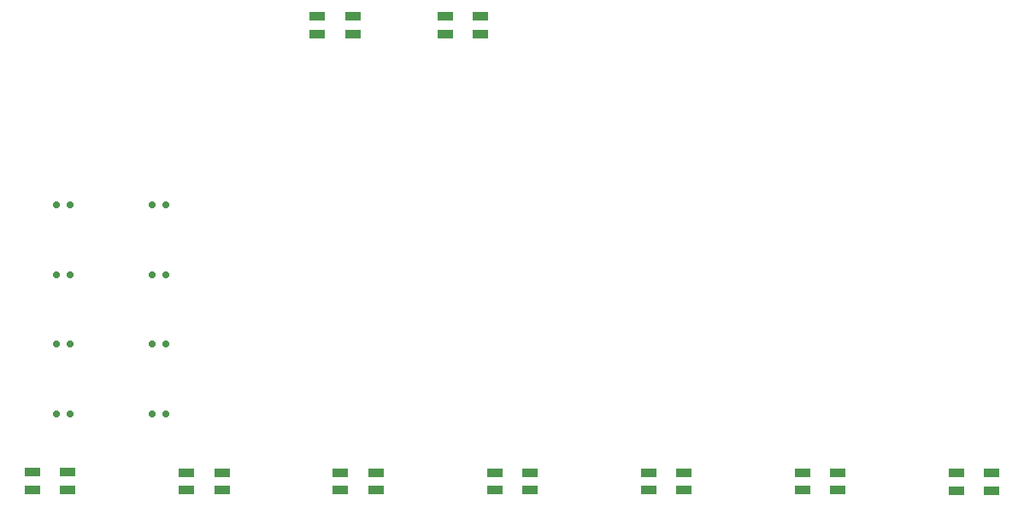
<source format=gtp>
%TF.GenerationSoftware,KiCad,Pcbnew,9.0.6*%
%TF.CreationDate,2025-12-23T12:32:35-05:00*%
%TF.ProjectId,astrapad,61737472-6170-4616-942e-6b696361645f,rev?*%
%TF.SameCoordinates,Original*%
%TF.FileFunction,Paste,Top*%
%TF.FilePolarity,Positive*%
%FSLAX46Y46*%
G04 Gerber Fmt 4.6, Leading zero omitted, Abs format (unit mm)*
G04 Created by KiCad (PCBNEW 9.0.6) date 2025-12-23 12:32:35*
%MOMM*%
%LPD*%
G01*
G04 APERTURE LIST*
G04 Aperture macros list*
%AMRoundRect*
0 Rectangle with rounded corners*
0 $1 Rounding radius*
0 $2 $3 $4 $5 $6 $7 $8 $9 X,Y pos of 4 corners*
0 Add a 4 corners polygon primitive as box body*
4,1,4,$2,$3,$4,$5,$6,$7,$8,$9,$2,$3,0*
0 Add four circle primitives for the rounded corners*
1,1,$1+$1,$2,$3*
1,1,$1+$1,$4,$5*
1,1,$1+$1,$6,$7*
1,1,$1+$1,$8,$9*
0 Add four rect primitives between the rounded corners*
20,1,$1+$1,$2,$3,$4,$5,0*
20,1,$1+$1,$4,$5,$6,$7,0*
20,1,$1+$1,$6,$7,$8,$9,0*
20,1,$1+$1,$8,$9,$2,$3,0*%
G04 Aperture macros list end*
%ADD10R,1.600000X0.850000*%
%ADD11RoundRect,0.150000X-0.150000X-0.200000X0.150000X-0.200000X0.150000X0.200000X-0.150000X0.200000X0*%
%ADD12RoundRect,0.150000X0.150000X0.200000X-0.150000X0.200000X-0.150000X-0.200000X0.150000X-0.200000X0*%
G04 APERTURE END LIST*
D10*
%TO.C,D24*%
X48155000Y-51335000D03*
X48155000Y-53085000D03*
X51655000Y-53085000D03*
X51655000Y-51335000D03*
%TD*%
%TO.C,D22*%
X78671667Y-51335000D03*
X78671667Y-53085000D03*
X82171667Y-53085000D03*
X82171667Y-51335000D03*
%TD*%
D11*
%TO.C,D7*%
X15621810Y-45494767D03*
X14221810Y-45494767D03*
%TD*%
D10*
%TO.C,D23*%
X63413333Y-51335000D03*
X63413333Y-53085000D03*
X66913333Y-53085000D03*
X66913333Y-51335000D03*
%TD*%
%TO.C,D18*%
X17638333Y-51335000D03*
X17638333Y-53085000D03*
X21138333Y-53085000D03*
X21138333Y-51335000D03*
%TD*%
%TO.C,D9*%
X43248477Y-6063250D03*
X43248477Y-7813250D03*
X46748477Y-7813250D03*
X46748477Y-6063250D03*
%TD*%
D12*
%TO.C,D3*%
X4721810Y-31694767D03*
X6121810Y-31694767D03*
%TD*%
D10*
%TO.C,D25*%
X32896667Y-51335000D03*
X32896667Y-53085000D03*
X36396667Y-53085000D03*
X36396667Y-51335000D03*
%TD*%
%TO.C,D20*%
X93914000Y-51365000D03*
X93914000Y-53115000D03*
X97414000Y-53115000D03*
X97414000Y-51365000D03*
%TD*%
%TO.C,D17*%
X30611810Y-6063250D03*
X30611810Y-7813250D03*
X34111810Y-7813250D03*
X34111810Y-6063250D03*
%TD*%
D11*
%TO.C,D6*%
X15621810Y-38594767D03*
X14221810Y-38594767D03*
%TD*%
D12*
%TO.C,D8*%
X4721810Y-45494767D03*
X6121810Y-45494767D03*
%TD*%
%TO.C,D2*%
X4721810Y-24794767D03*
X6121810Y-24794767D03*
%TD*%
D10*
%TO.C,D19*%
X2380000Y-51270000D03*
X2380000Y-53020000D03*
X5880000Y-53020000D03*
X5880000Y-51270000D03*
%TD*%
D12*
%TO.C,D5*%
X4721810Y-38594767D03*
X6121810Y-38594767D03*
%TD*%
D11*
%TO.C,D1*%
X15621810Y-24794767D03*
X14221810Y-24794767D03*
%TD*%
%TO.C,D4*%
X15621810Y-31694767D03*
X14221810Y-31694767D03*
%TD*%
M02*

</source>
